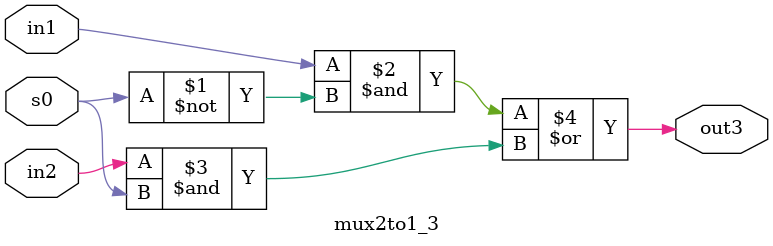
<source format=v>


module mux4to1(LEDR, SW);
   input [9:0] SW;
	output [9:0] LEDR;
	wire Connection1;
	wire Connection2;

	mux2to1_1 u0(
		.u(SW[0]),
		.w(SW[1]),
		.s1(SW[8]),
		.out1(Connection1)
		);
		
	mux2to1_2 u1(
	    .v(SW[2]),
		.x(SW[3]),
		.s1(SW[8]),
		.out2(Connection2)
		);
		
	mux2to1_3 u3(
		.in1(Connection1),
		.in2(Connection2),
		.s0(SW[9]),
		.out3(LEDR[0])
		);
		
endmodule

module mux2to1_1(u, w, s1, out1);
	input u;
	input w;
	input s1;
	output out1;
	
	assign out1 = u & ~s1 | w & s1;

endmodule
	
module mux2to1_2(v, x, s1, out2);
	input v;
	input x;
	input s1;
	output out2;
	
	assign out2 = v & ~s1 | x & s1;

endmodule
	
module mux2to1_3(in1, in2, s0, out3);
	input in1;
	input in2;
	input s0;
	output out3;
	
	assign out3 = in1 & ~s0 | in2 & s0;
	
endmodule

</source>
